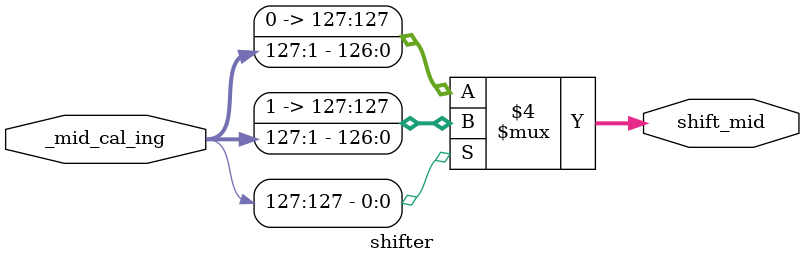
<source format=v>
module shifter(_mid_cal_ing, shift_mid);
input [127:0] _mid_cal_ing;
output reg [127:0] shift_mid;




 always @(*) begin
 if (_mid_cal_ing[127]==1)
	shift_mid={1'b1,_mid_cal_ing[127:1]};
	else
	shift_mid={1'b0,_mid_cal_ing[127:1]};
	end

endmodule 
</source>
